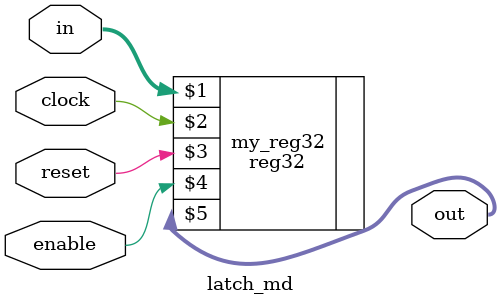
<source format=v>
module multdiv_controller(
	data_operandA, 
	data_operandB, 
	mul, 
	div, 
	clock, 
	latch_multdiv3_out, 
	multdiv_exception, 
	multdiv_RDY
);
   input [31:0] data_operandA, data_operandB; 
	input mul, div, clock;
	
	output [31:0] latch_multdiv3_out;
	output multdiv_exception, multdiv_RDY;
	
	wire [31:0] latch_data_operandA, latch_data_operandB, multdiv_result, latch_multdiv1_out, latch_multdiv2_out;
	wire latch_ctrl_MULT, latch_ctrl_DIV;
	reg ctrl_MULT, ctrl_DIV; 
	
	initial begin
		ctrl_MULT <= 1'b0;
		ctrl_DIV <= 1'b0;
	end
	
	always @(posedge clock)
	begin
	if(mul)
		ctrl_MULT = 1'b1;
	else if(div)
		ctrl_DIV = 1'b1;
	else if(latch_ctrl_MULT)
		ctrl_MULT = 1'b0;
	else if(latch_ctrl_DIV)
		ctrl_DIV = 1'b0;
	end
	
	
	
	latch_md ctrl_mult(ctrl_MULT, clock, 1'b0, 1'b1, latch_ctrl_MULT);
	latch_md ctrl_div(ctrl_DIV, clock, 1'b0, 1'b1, latch_ctrl_DIV);
	
	multdiv my_multdiv(data_operandA, data_operandB, ctrl_MULT, ctrl_DIV, clock, multdiv_result, multdiv_exception, multdiv_RDY);
	
	wire latch_operand_ena = ctrl_MULT || ctrl_DIV;
	
	latch_md latch_operandA(data_operandA, clock, 1'b0, latch_operand_ena, latch_data_operandA);
	latch_md latch_operandB(data_operandB, clock, 1'b0, latch_operand_ena, latch_data_operandB);
	latch_md latch_multdiv1(multdiv_result, clock, 1'b0, multdiv_RDY, latch_multdiv1_out);
	latch_md latch_multdiv2(latch_multdiv1_out, clock, 1'b0, 1'b1, latch_multdiv2_out);
	latch_md latch_multdiv3(latch_multdiv2_out, clock, 1'b0, 1'b1, latch_multdiv3_out);
	
endmodule


module latch_md(in, clock, reset, enable, out);
	
	input [31:0] in;
	input clock, reset, enable;
	output [31:0] out;
	
	reg32 my_reg32(in, clock, reset, enable, out);

endmodule
</source>
